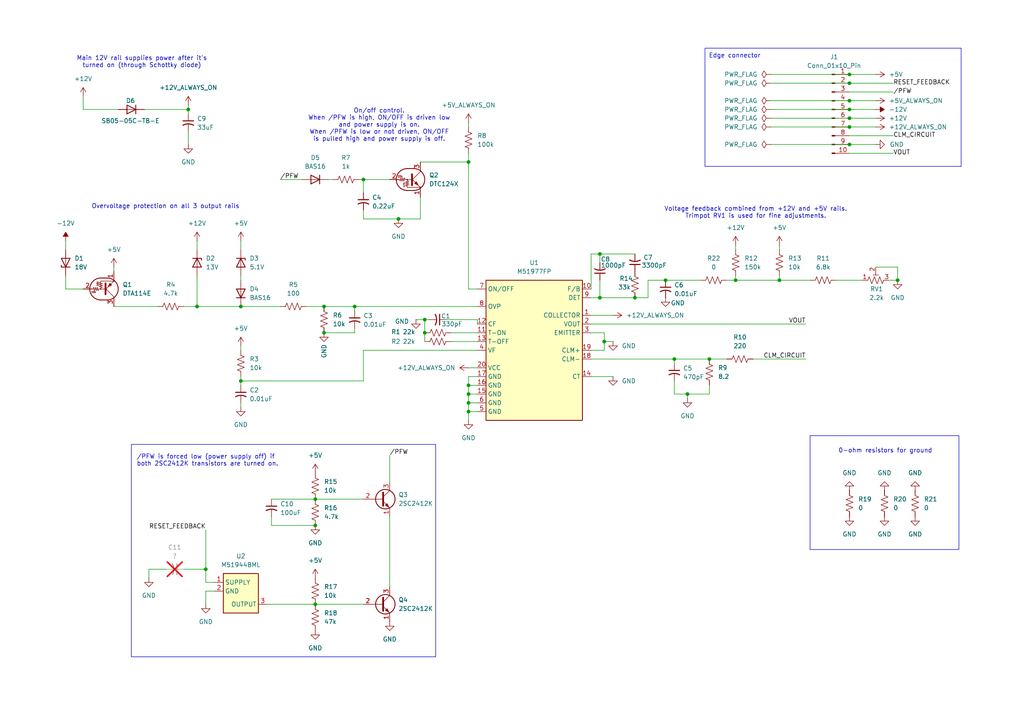
<source format=kicad_sch>
(kicad_sch (version 20250114) (generator "eeschema") (generator_version "9.0")
  (paper "A4")
  (title_block (title "Mac IIsi Power Supply Daughterboard AP41S Replica") (date "2025-07-27") (company "https://www.downtowndougbrown.com/"))
  (lib_symbols
    (symbol "Connector:Conn_01x10_Pin" (pin_names (offset 1.016) (hide yes))
      (property "Reference" "J" (at 0 12.7 0))
      (property "Value" "Conn_01x10_Pin" (at 0 -15.24 0))
      (symbol "Conn_01x10_Pin_1_1"
        (rectangle (start 0.8636 10.287) (end 0 10.033) (stroke (width 0.1524)) (fill (type outline)))
        (rectangle (start 0.8636 7.747) (end 0 7.493) (stroke (width 0.1524)) (fill (type outline)))
        (rectangle (start 0.8636 5.207) (end 0 4.953) (stroke (width 0.1524)) (fill (type outline)))
        (rectangle (start 0.8636 2.667) (end 0 2.413) (stroke (width 0.1524)) (fill (type outline)))
        (rectangle (start 0.8636 0.127) (end 0 -0.127) (stroke (width 0.1524)) (fill (type outline)))
        (rectangle (start 0.8636 -2.413) (end 0 -2.667) (stroke (width 0.1524)) (fill (type outline)))
        (rectangle (start 0.8636 -4.953) (end 0 -5.207) (stroke (width 0.1524)) (fill (type outline)))
        (rectangle (start 0.8636 -7.493) (end 0 -7.747) (stroke (width 0.1524)) (fill (type outline)))
        (rectangle (start 0.8636 -10.033) (end 0 -10.287) (stroke (width 0.1524)) (fill (type outline)))
        (rectangle (start 0.8636 -12.573) (end 0 -12.827) (stroke (width 0.1524)) (fill (type outline)))
        (polyline (pts (xy 1.27 10.16) (xy 0.8636 10.16)) (stroke (width 0.1524)))
        (polyline (pts (xy 1.27 7.62) (xy 0.8636 7.62)) (stroke (width 0.1524)))
        (polyline (pts (xy 1.27 5.08) (xy 0.8636 5.08)) (stroke (width 0.1524)))
        (polyline (pts (xy 1.27 2.54) (xy 0.8636 2.54)) (stroke (width 0.1524)))
        (polyline (pts (xy 1.27 0) (xy 0.8636 0)) (stroke (width 0.1524)))
        (polyline (pts (xy 1.27 -2.54) (xy 0.8636 -2.54)) (stroke (width 0.1524)))
        (polyline (pts (xy 1.27 -5.08) (xy 0.8636 -5.08)) (stroke (width 0.1524)))
        (polyline (pts (xy 1.27 -7.62) (xy 0.8636 -7.62)) (stroke (width 0.1524)))
        (polyline (pts (xy 1.27 -10.16) (xy 0.8636 -10.16)) (stroke (width 0.1524)))
        (polyline (pts (xy 1.27 -12.7) (xy 0.8636 -12.7)) (stroke (width 0.1524)))
        (pin passive line (at 5.08 10.16 180) (length 3.81) (name "Pin_1") (number "1"))
        (pin passive line (at 5.08 7.62 180) (length 3.81) (name "Pin_2") (number "2"))
        (pin passive line (at 5.08 5.08 180) (length 3.81) (name "Pin_3") (number "3"))
        (pin passive line (at 5.08 2.54 180) (length 3.81) (name "Pin_4") (number "4"))
        (pin passive line (at 5.08 0 180) (length 3.81) (name "Pin_5") (number "5"))
        (pin passive line (at 5.08 -2.54 180) (length 3.81) (name "Pin_6") (number "6"))
        (pin passive line (at 5.08 -5.08 180) (length 3.81) (name "Pin_7") (number "7"))
        (pin passive line (at 5.08 -7.62 180) (length 3.81) (name "Pin_8") (number "8"))
        (pin passive line (at 5.08 -10.16 180) (length 3.81) (name "Pin_9") (number "9"))
        (pin passive line (at 5.08 -12.7 180) (length 3.81) (name "Pin_10") (number "10"))
      )
    )
    (symbol "Device:C_Small_US" (pin_numbers (hide yes)) (pin_names (offset 0.254) (hide yes))
      (property "Reference" "C" (at 0.254 1.778 0))
      (property "Value" "C_Small_US" (at 0.254 -2.032 0))
      (symbol "C_Small_US_0_1"
        (polyline (pts (xy -1.524 0.508) (xy 1.524 0.508)) (stroke (width 0.3048)))
        (arc (start -1.524 -0.762) (mid 0 -0.3734) (end 1.524 -0.762) (stroke (width 0.3048)))
      )
      (symbol "C_Small_US_1_1"
        (pin passive line (at 0 2.54 270) (length 2.032) (name "~") (number "1"))
        (pin passive line (at 0 -2.54 90) (length 2.032) (name "~") (number "2"))
      )
    )
    (symbol "Device:D" (pin_numbers (hide yes)) (pin_names (offset 1.016) (hide yes))
      (property "Reference" "D" (at 0 2.54 0))
      (property "Value" "D" (at 0 -2.54 0))
      (symbol "D_0_1"
        (polyline (pts (xy -1.27 1.27) (xy -1.27 -1.27)) (stroke (width 0.254)))
        (polyline (pts (xy 1.27 1.27) (xy 1.27 -1.27) (xy -1.27 0) (xy 1.27 1.27)) (stroke (width 0.254)))
        (polyline (pts (xy 1.27 0) (xy -1.27 0)))
      )
      (symbol "D_1_1"
        (pin passive line (at -3.81 0 0) (length 2.54) (name "K") (number "1"))
        (pin passive line (at 3.81 0 180) (length 2.54) (name "A") (number "2"))
      )
    )
    (symbol "Device:D_Zener" (pin_numbers (hide yes)) (pin_names (offset 1.016) (hide yes))
      (property "Reference" "D" (at 0 2.54 0))
      (property "Value" "D_Zener" (at 0 -2.54 0))
      (symbol "D_Zener_0_1"
        (polyline (pts (xy -1.27 -1.27) (xy -1.27 1.27) (xy -0.762 1.27)) (stroke (width 0.254)))
        (polyline (pts (xy 1.27 0) (xy -1.27 0)))
        (polyline (pts (xy 1.27 -1.27) (xy 1.27 1.27) (xy -1.27 0) (xy 1.27 -1.27)) (stroke (width 0.254)))
      )
      (symbol "D_Zener_1_1"
        (pin passive line (at -3.81 0 0) (length 2.54) (name "K") (number "1"))
        (pin passive line (at 3.81 0 180) (length 2.54) (name "A") (number "2"))
      )
    )
    (symbol "Device:R_Potentiometer_Trim_US" (pin_names (offset 1.016) (hide yes))
      (property "Reference" "RV" (at -4.445 0 90))
      (property "Value" "R_Potentiometer_Trim_US" (at -2.54 0 90))
      (symbol "R_Potentiometer_Trim_US_0_1"
        (polyline (pts (xy 0 2.286) (xy 0 2.54)))
        (polyline (pts (xy 0 2.286) (xy 1.016 1.905) (xy 0 1.524) (xy -1.016 1.143) (xy 0 0.762)))
        (polyline (pts (xy 0 0.762) (xy 1.016 0.381) (xy 0 0) (xy -1.016 -0.381) (xy 0 -0.762)))
        (polyline (pts (xy 0 -0.762) (xy 1.016 -1.143) (xy 0 -1.524) (xy -1.016 -1.905) (xy 0 -2.286)))
        (polyline (pts (xy 0 -2.286) (xy 0 -2.54)))
        (polyline (pts (xy 1.524 0.762) (xy 1.524 -0.762)))
        (polyline (pts (xy 2.54 0) (xy 1.524 0)))
      )
      (symbol "R_Potentiometer_Trim_US_1_1"
        (pin passive line (at 0 3.81 270) (length 1.27) (name "1") (number "1"))
        (pin passive line (at 0 -3.81 90) (length 1.27) (name "3") (number "3"))
        (pin passive line (at 3.81 0 180) (length 1.27) (name "2") (number "2"))
      )
    )
    (symbol "Device:R_US" (pin_numbers (hide yes)) (pin_names (offset 0))
      (property "Reference" "R" (at 2.54 0 90))
      (property "Value" "R_US" (at -2.54 0 90))
      (symbol "R_US_0_1"
        (polyline (pts (xy 0 2.286) (xy 0 2.54)))
        (polyline (pts (xy 0 2.286) (xy 1.016 1.905) (xy 0 1.524) (xy -1.016 1.143) (xy 0 0.762)))
        (polyline (pts (xy 0 0.762) (xy 1.016 0.381) (xy 0 0) (xy -1.016 -0.381) (xy 0 -0.762)))
        (polyline (pts (xy 0 -0.762) (xy 1.016 -1.143) (xy 0 -1.524) (xy -1.016 -1.905) (xy 0 -2.286)))
        (polyline (pts (xy 0 -2.286) (xy 0 -2.54)))
      )
      (symbol "R_US_1_1"
        (pin passive line (at 0 3.81 270) (length 1.27) (name "~") (number "1"))
        (pin passive line (at 0 -3.81 90) (length 1.27) (name "~") (number "2"))
      )
    )
    (symbol "iisi-riser-board:2SC2412K" (pin_names (offset 0) (hide yes))
      (property "Reference" "Q" (at 5.08 1.905 0))
      (property "Value" "2SC2412K" (at 5.08 0 0))
      (symbol "2SC2412K_0_1"
        (polyline (pts (xy -2.54 0) (xy 0.635 0)))
        (polyline (pts (xy 0.635 1.905) (xy 0.635 -1.905)) (stroke (width 0.508)))
        (circle (center 1.27 0) (radius 2.8194) (stroke (width 0.254)))
      )
      (symbol "2SC2412K_1_1"
        (polyline (pts (xy 0.635 0.635) (xy 2.54 2.54)))
        (polyline (pts (xy 0.635 -0.635) (xy 2.54 -2.54)))
        (polyline (pts (xy 1.27 -1.778) (xy 1.778 -1.27) (xy 2.286 -2.286) (xy 1.27 -1.778)) (fill (type outline)))
        (pin input line (at -5.08 0 0) (length 2.54) (name "B") (number "2"))
        (pin passive line (at 2.54 5.08 270) (length 2.54) (name "C") (number "3"))
        (pin passive line (at 2.54 -5.08 90) (length 2.54) (name "E") (number "1"))
      )
    )
    (symbol "iisi-riser-board:DTA114E" (pin_names (offset 0) (hide yes))
      (property "Reference" "Q" (at 5.08 1.905 0))
      (property "Value" "DTA114E" (at 5.08 0 0))
      (symbol "DTA114E_0_0"
        (text "10k" (at -3.302 0.889 0) (effects (font (size 0.508 0.508))))
        (text "10k" (at -2.159 -1.524 900) (effects (font (size 0.508 0.508))))
      )
      (symbol "DTA114E_0_1"
        (polyline (pts (xy -3.429 0) (xy -3.81 0)))
        (polyline (pts (xy -1.27 3.175) (xy 0.635 3.175)) (stroke (width 0.254)))
        (circle (center -1.27 0) (radius 0.127))
        (polyline (pts (xy -1.27 0) (xy -1.27 -0.381) (xy -0.762 -0.508) (xy -1.778 -0.762) (xy -0.762 -1.016) (xy -1.778 -1.27) (xy -0.762 -1.524) (xy -1.778 -1.778) (xy -1.27 -1.905) (xy -1.27 -2.286) (xy 2.54 -2.286)))
        (polyline (pts (xy -1.27 -3.175) (xy 0.635 -3.175)) (stroke (width 0.254)))
        (arc (start -1.27 -3.175) (mid -4.4312 0) (end -1.27 3.175) (stroke (width 0.254)))
        (polyline (pts (xy 0 0) (xy -1.905 0) (xy -2.032 0.508) (xy -2.286 -0.508) (xy -2.54 0.508) (xy -2.794 -0.508) (xy -3.048 0.508) (xy -3.302 -0.508) (xy -3.429 0)))
        (polyline (pts (xy 0 -0.254) (xy 2.54 2.286)))
        (polyline (pts (xy 0.127 1.524) (xy 0.127 -1.651)) (stroke (width 0.508)) (fill (type outline)))
        (arc (start 0.635 3.175) (mid 3.7962 0) (end 0.635 -3.175) (stroke (width 0.254)))
        (polyline (pts (xy 1.397 -1.651) (xy 1.905 -1.143) (xy 0.889 -0.635) (xy 1.397 -1.651)) (fill (type outline)))
        (polyline (pts (xy 2.54 2.286) (xy 2.54 2.54)))
        (polyline (pts (xy 2.54 -2.286) (xy 0 0.254) (xy 0 0.254)))
        (circle (center 2.54 -2.286) (radius 0.127))
      )
      (symbol "DTA114E_1_1"
        (pin input line (at -6.35 0 0) (length 2.54) (name "B") (number "2"))
        (pin passive line (at 2.54 5.08 270) (length 2.54) (name "C") (number "3"))
        (pin passive line (at 2.54 -5.08 90) (length 2.54) (name "E") (number "1"))
      )
    )
    (symbol "iisi-riser-board:DTC124X" (pin_names (offset 0) (hide yes))
      (property "Reference" "Q" (at 5.08 1.905 0))
      (property "Value" "DTC124X" (at 5.08 0 0))
      (symbol "DTC124X_0_0"
        (text "22k" (at -3.302 0.889 0) (effects (font (size 0.508 0.508))))
        (text "47k" (at -2.159 -1.524 900) (effects (font (size 0.508 0.508))))
      )
      (symbol "DTC124X_0_1"
        (polyline (pts (xy -3.429 0) (xy -3.81 0)))
        (polyline (pts (xy -1.27 3.175) (xy 0.635 3.175)) (stroke (width 0.254)))
        (circle (center -1.27 0) (radius 0.127))
        (polyline (pts (xy -1.27 0) (xy -1.27 -0.381) (xy -0.762 -0.508) (xy -1.778 -0.762) (xy -0.762 -1.016) (xy -1.778 -1.27) (xy -0.762 -1.524) (xy -1.778 -1.778) (xy -1.27 -1.905) (xy -1.27 -2.286) (xy 2.54 -2.286)))
        (polyline (pts (xy -1.27 -3.175) (xy 0.635 -3.175)) (stroke (width 0.254)))
        (arc (start -1.27 -3.175) (mid -4.4312 0) (end -1.27 3.175) (stroke (width 0.254)))
        (polyline (pts (xy 0 0) (xy -1.905 0) (xy -2.032 0.508) (xy -2.286 -0.508) (xy -2.54 0.508) (xy -2.794 -0.508) (xy -3.048 0.508) (xy -3.302 -0.508) (xy -3.429 0)))
        (polyline (pts (xy 0 -0.254) (xy 2.54 2.286)))
        (polyline (pts (xy 0.127 1.524) (xy 0.127 -1.651)) (stroke (width 0.508)) (fill (type outline)))
        (arc (start 0.635 3.175) (mid 3.7962 0) (end 0.635 -3.175) (stroke (width 0.254)))
        (polyline (pts (xy 0.889 -1.143) (xy 1.397 -0.635) (xy 1.905 -1.651) (xy 0.889 -1.143)) (fill (type outline)))
        (polyline (pts (xy 2.54 2.286) (xy 2.54 2.54)))
        (polyline (pts (xy 2.54 -2.286) (xy 0 0.254) (xy 0 0.254)))
        (circle (center 2.54 -2.286) (radius 0.127))
      )
      (symbol "DTC124X_1_1"
        (pin input line (at -6.35 0 0) (length 2.54) (name "B") (number "2"))
        (pin passive line (at 2.54 5.08 270) (length 2.54) (name "C") (number "3"))
        (pin passive line (at 2.54 -5.08 90) (length 2.54) (name "E") (number "1"))
      )
    )
    (symbol "iisi-riser-board:M51944BML"
      (property "Reference" "U" (at -4.572 7.62 0))
      (property "Value" "M51944BML" (at 8.128 7.62 0))
      (symbol "M51944BML_0_0"
        (pin power_in line (at -7.62 3.81 0) (length 2.54) (name "SUPPLY") (number "1"))
        (pin power_in line (at -7.62 1.27 0) (length 2.54) (name "GND") (number "2"))
        (pin open_collector line (at 7.62 -2.54 180) (length 2.54) (name "OUTPUT") (number "3"))
      )
      (symbol "M51944BML_1_1"
        (rectangle (start -5.08 6.35) (end 5.08 -5.08) (stroke (width 0.254)) (fill (type background)))
      )
    )
    (symbol "iisi-riser-board:M51977FP"
      (property "Reference" "U" (at -13.462 21.59 0))
      (property "Value" "M51977FP" (at 0 0 0))
      (symbol "M51977FP_0_0"
        (pin power_in line (at -16.51 -5.08 0) (length 2.54) (name "VCC") (number "20"))
        (pin power_in line (at -16.51 -7.62 0) (length 2.54) (name "GND") (number "17"))
        (pin power_in line (at -16.51 -10.16 0) (length 2.54) (name "GND") (number "16"))
        (pin power_in line (at -16.51 -12.7 0) (length 2.54) (name "GND") (number "15"))
        (pin power_in line (at -16.51 -15.24 0) (length 2.54) (name "GND") (number "6"))
        (pin power_in line (at -16.51 -17.78 0) (length 2.54) (name "GND") (number "5"))
        (pin power_out line (at 16.51 7.62 180) (length 2.54) (name "VOUT") (number "2"))
      )
      (symbol "M51977FP_1_0"
        (pin input line (at -16.51 17.78 0) (length 2.54) (name "ON/OFF") (number "7"))
        (pin input line (at -16.51 12.7 0) (length 2.54) (name "OVP") (number "8"))
        (pin input line (at -16.51 7.62 0) (length 2.54) (name "CF") (number "12"))
        (pin input line (at -16.51 5.08 0) (length 2.54) (name "T-ON") (number "11"))
        (pin input line (at -16.51 2.54 0) (length 2.54) (name "T-OFF") (number "13"))
        (pin input line (at -16.51 0 0) (length 2.54) (name "VF") (number "4"))
        (pin bidirectional line (at 16.51 17.78 180) (length 2.54) (name "F/B") (number "10"))
        (pin input line (at 16.51 15.24 180) (length 2.54) (name "DET") (number "9"))
        (pin power_in line (at 16.51 10.16 180) (length 2.54) (name "COLLECTOR") (number "1"))
        (pin power_in line (at 16.51 5.08 180) (length 2.54) (name "EMITTER") (number "3"))
        (pin input line (at 16.51 0 180) (length 2.54) (name "CLM+") (number "19"))
        (pin input line (at 16.51 -2.54 180) (length 2.54) (name "CLM-") (number "18"))
        (pin input line (at 16.51 -7.62 180) (length 2.54) (name "CT") (number "14"))
      )
      (symbol "M51977FP_1_1"
        (rectangle (start -13.97 20.32) (end 13.97 -20.32) (stroke (width 0.254)) (fill (type background)))
      )
    )
    (symbol "power:+12V" (power) (pin_numbers (hide yes)) (pin_names (offset 0) (hide yes))
      (property "Value" "+12V" (at 0 3.556 0))
      (symbol "+12V_0_1"
        (polyline (pts (xy -0.762 1.27) (xy 0 2.54)))
        (polyline (pts (xy 0 2.54) (xy 0.762 1.27)))
        (polyline (pts (xy 0 0) (xy 0 2.54)))
      )
      (symbol "+12V_1_1"
        (pin power_in line (at 0 0 90) (length 0) (name "~") (number "1"))
      )
    )
    (symbol "power:+5V" (power) (pin_numbers (hide yes)) (pin_names (offset 0) (hide yes))
      (property "Value" "+5V" (at 0 3.556 0))
      (symbol "+5V_0_1"
        (polyline (pts (xy -0.762 1.27) (xy 0 2.54)))
        (polyline (pts (xy 0 2.54) (xy 0.762 1.27)))
        (polyline (pts (xy 0 0) (xy 0 2.54)))
      )
      (symbol "+5V_1_1"
        (pin power_in line (at 0 0 90) (length 0) (name "~") (number "1"))
      )
    )
    (symbol "power:-12V" (power) (pin_numbers (hide yes)) (pin_names (offset 0) (hide yes))
      (property "Value" "-12V" (at 0 3.556 0))
      (symbol "-12V_0_0"
        (pin power_in line (at 0 0 90) (length 0) (name "~") (number "1"))
      )
      (symbol "-12V_0_1"
        (polyline (pts (xy 0 0) (xy 0 1.27) (xy 0.762 1.27) (xy 0 2.54) (xy -0.762 1.27) (xy 0 1.27)) (fill (type outline)))
      )
    )
    (symbol "power:GND" (power) (pin_numbers (hide yes)) (pin_names (offset 0) (hide yes))
      (property "Value" "GND" (at 0 -3.81 0))
      (symbol "GND_0_1"
        (polyline (pts (xy 0 0) (xy 0 -1.27) (xy 1.27 -1.27) (xy 0 -2.54) (xy -1.27 -1.27) (xy 0 -1.27)))
      )
      (symbol "GND_1_1"
        (pin power_in line (at 0 0 270) (length 0) (name "~") (number "1"))
      )
    )
    (symbol "power:PWR_FLAG" (power) (pin_numbers (hide yes)) (pin_names (offset 0) (hide yes))
      (property "Value" "PWR_FLAG" (at 0 3.81 0))
      (symbol "PWR_FLAG_0_0"
        (pin power_out line (at 0 0 90) (length 0) (name "~") (number "1"))
      )
      (symbol "PWR_FLAG_0_1"
        (polyline (pts (xy 0 0) (xy 0 1.27) (xy -1.016 1.905) (xy 0 2.54) (xy 1.016 1.905) (xy 0 1.27)))
      )
    )
  )
  (rectangle (start 234.95 126.365) (end 278.13 159.385))
  (rectangle (start 204.47 13.97) (end 278.765 48.26))
  (rectangle (start 38.1 128.905) (end 126.365 190.5))
  (text "0-ohm resistors for ground" (at 256.794 130.81 0) (effects (font (size 1.27 1.27))))
  (text "On/off control.\nWhen /PFW is high, ON/OFF is driven low\nand power supply is on.\nWhen /PFW is low or not driven, ON/OFF\nis pulled high and power supply is off." (at 109.982 36.322 0) (effects (font (size 1.27 1.27))))
  (text "Overvoltage protection on all 3 output rails" (at 48.006 59.944 0) (effects (font (size 1.27 1.27))))
  (text "Voltage feedback combined from +12V and +5V rails.\nTrimpot RV1 is used for fine adjustments." (at 219.202 61.722 0) (effects (font (size 1.27 1.27))))
  (text "/PFW is forced low (power supply off) if\nboth 2SC2412K transistors are turned on." (at 39.624 133.604 0) (effects (font (size 1.27 1.27)) (justify left)))
  (text "Edge connector" (at 213.106 16.256 0) (effects (font (size 1.27 1.27))))
  (text "Main 12V rail supplies power after it's\nturned on (through Schottky diode)" (at 41.148 18.034 0) (effects (font (size 1.27 1.27))))
  (junction (at 173.99 86.36))
  (junction (at 102.87 88.9))
  (junction (at 193.04 81.28))
  (junction (at 135.89 46.99))
  (junction (at 246.38 36.83))
  (junction (at 135.89 111.76))
  (junction (at 246.38 41.91))
  (junction (at 195.58 104.14))
  (junction (at 246.38 31.75))
  (junction (at 246.38 21.59))
  (junction (at 123.19 92.71))
  (junction (at 57.15 88.9))
  (junction (at 93.98 96.52))
  (junction (at 93.98 88.9))
  (junction (at 123.19 96.52))
  (junction (at 69.85 88.9))
  (junction (at 115.57 63.5))
  (junction (at 246.38 34.29))
  (junction (at 173.99 73.66))
  (junction (at 246.38 29.21))
  (junction (at 199.39 114.3))
  (junction (at 184.15 86.36))
  (junction (at 69.85 110.49))
  (junction (at 246.38 24.13))
  (junction (at 260.35 81.28))
  (junction (at 91.44 152.4))
  (junction (at 135.89 119.38))
  (junction (at 91.44 144.78))
  (junction (at 135.89 116.84))
  (junction (at 91.44 175.26))
  (junction (at 59.69 165.1))
  (junction (at 226.06 81.28))
  (junction (at 135.89 114.3))
  (junction (at 205.74 104.14))
  (junction (at 105.41 52.07))
  (junction (at 213.36 81.28))
  (junction (at 175.26 99.06))
  (junction (at 54.61 31.75))
  (wire (pts (xy 57.15 69.85) (xy 57.15 72.39)))
  (wire (pts (xy 135.89 119.38) (xy 135.89 116.84)))
  (wire (pts (xy 53.34 88.9) (xy 57.15 88.9)))
  (wire (pts (xy 246.38 21.59) (xy 254 21.59)))
  (wire (pts (xy 210.82 81.28) (xy 213.36 81.28)))
  (wire (pts (xy 69.85 116.84) (xy 69.85 118.11)))
  (wire (pts (xy 246.38 34.29) (xy 254 34.29)))
  (wire (pts (xy 193.04 81.28) (xy 203.2 81.28)))
  (wire (pts (xy 54.61 38.1) (xy 54.61 41.91)))
  (wire (pts (xy 213.36 81.28) (xy 226.06 81.28)))
  (wire (pts (xy 223.52 24.13) (xy 246.38 24.13)))
  (wire (pts (xy 43.18 165.1) (xy 43.18 167.64)))
  (wire (pts (xy 135.89 114.3) (xy 135.89 116.84)))
  (wire (pts (xy 69.85 110.49) (xy 69.85 111.76)))
  (wire (pts (xy 223.52 34.29) (xy 246.38 34.29)))
  (wire (pts (xy 123.19 96.52) (xy 123.19 99.06)))
  (wire (pts (xy 88.9 88.9) (xy 93.98 88.9)))
  (wire (pts (xy 69.85 88.9) (xy 81.28 88.9)))
  (wire (pts (xy 195.58 104.14) (xy 205.74 104.14)))
  (wire (pts (xy 62.23 171.45) (xy 59.69 171.45)))
  (wire (pts (xy 199.39 114.3) (xy 205.74 114.3)))
  (wire (pts (xy 105.41 60.96) (xy 105.41 63.5)))
  (wire (pts (xy 223.52 31.75) (xy 246.38 31.75)))
  (wire (pts (xy 48.26 165.1) (xy 43.18 165.1)))
  (wire (pts (xy 57.15 80.01) (xy 57.15 88.9)))
  (wire (pts (xy 135.89 119.38) (xy 138.43 119.38)))
  (wire (pts (xy 195.58 104.14) (xy 195.58 105.41)))
  (wire (pts (xy 173.99 81.28) (xy 173.99 86.36)))
  (wire (pts (xy 138.43 93.98) (xy 138.43 92.71)))
  (wire (pts (xy 175.26 99.06) (xy 177.8 99.06)))
  (wire (pts (xy 223.52 41.91) (xy 246.38 41.91)))
  (wire (pts (xy 254 77.47) (xy 260.35 77.47)))
  (wire (pts (xy 187.96 81.28) (xy 187.96 86.36)))
  (wire (pts (xy 173.99 73.66) (xy 184.15 73.66)))
  (wire (pts (xy 78.74 144.78) (xy 91.44 144.78)))
  (wire (pts (xy 223.52 29.21) (xy 246.38 29.21)))
  (wire (pts (xy 205.74 104.14) (xy 210.82 104.14)))
  (wire (pts (xy 135.89 109.22) (xy 135.89 111.76)))
  (wire (pts (xy 81.28 52.07) (xy 87.63 52.07)))
  (wire (pts (xy 260.35 77.47) (xy 260.35 81.28)))
  (wire (pts (xy 135.89 35.56) (xy 135.89 36.83)))
  (wire (pts (xy 105.41 52.07) (xy 105.41 55.88)))
  (wire (pts (xy 19.05 83.82) (xy 24.13 83.82)))
  (wire (pts (xy 138.43 114.3) (xy 135.89 114.3)))
  (wire (pts (xy 246.38 24.13) (xy 259.08 24.13)))
  (wire (pts (xy 138.43 111.76) (xy 135.89 111.76)))
  (wire (pts (xy 77.47 175.26) (xy 91.44 175.26)))
  (wire (pts (xy 135.89 116.84) (xy 138.43 116.84)))
  (wire (pts (xy 171.45 96.52) (xy 175.26 96.52)))
  (wire (pts (xy 175.26 96.52) (xy 175.26 99.06)))
  (wire (pts (xy 175.26 99.06) (xy 175.26 101.6)))
  (wire (pts (xy 205.74 111.76) (xy 205.74 114.3)))
  (wire (pts (xy 257.81 81.28) (xy 260.35 81.28)))
  (wire (pts (xy 171.45 86.36) (xy 173.99 86.36)))
  (wire (pts (xy 223.52 21.59) (xy 246.38 21.59)))
  (wire (pts (xy 53.34 165.1) (xy 59.69 165.1)))
  (wire (pts (xy 91.44 144.78) (xy 105.41 144.78)))
  (wire (pts (xy 218.44 104.14) (xy 233.68 104.14)))
  (wire (pts (xy 135.89 46.99) (xy 121.92 46.99)))
  (wire (pts (xy 171.45 104.14) (xy 195.58 104.14)))
  (wire (pts (xy 195.58 110.49) (xy 195.58 114.3)))
  (wire (pts (xy 102.87 88.9) (xy 102.87 90.17)))
  (wire (pts (xy 69.85 100.33) (xy 69.85 101.6)))
  (wire (pts (xy 187.96 81.28) (xy 193.04 81.28)))
  (wire (pts (xy 19.05 69.85) (xy 19.05 72.39)))
  (wire (pts (xy 78.74 152.4) (xy 91.44 152.4)))
  (wire (pts (xy 173.99 86.36) (xy 184.15 86.36)))
  (wire (pts (xy 171.45 83.82) (xy 171.45 73.66)))
  (wire (pts (xy 173.99 73.66) (xy 173.99 76.2)))
  (wire (pts (xy 57.15 88.9) (xy 69.85 88.9)))
  (wire (pts (xy 62.23 168.91) (xy 59.69 168.91)))
  (wire (pts (xy 199.39 114.3) (xy 199.39 115.57)))
  (wire (pts (xy 246.38 29.21) (xy 254 29.21)))
  (wire (pts (xy 129.54 92.71) (xy 138.43 92.71)))
  (wire (pts (xy 102.87 95.25) (xy 102.87 96.52)))
  (wire (pts (xy 59.69 165.1) (xy 59.69 168.91)))
  (wire (pts (xy 115.57 63.5) (xy 121.92 63.5)))
  (wire (pts (xy 130.81 99.06) (xy 138.43 99.06)))
  (wire (pts (xy 246.38 41.91) (xy 254 41.91)))
  (wire (pts (xy 105.41 101.6) (xy 105.41 110.49)))
  (wire (pts (xy 54.61 31.75) (xy 54.61 33.02)))
  (wire (pts (xy 226.06 81.28) (xy 226.06 80.01)))
  (wire (pts (xy 24.13 27.94) (xy 24.13 31.75)))
  (wire (pts (xy 130.81 96.52) (xy 138.43 96.52)))
  (wire (pts (xy 246.38 39.37) (xy 259.08 39.37)))
  (wire (pts (xy 41.91 31.75) (xy 54.61 31.75)))
  (wire (pts (xy 54.61 30.48) (xy 54.61 31.75)))
  (wire (pts (xy 135.89 121.92) (xy 135.89 119.38)))
  (wire (pts (xy 135.89 111.76) (xy 135.89 114.3)))
  (wire (pts (xy 105.41 110.49) (xy 69.85 110.49)))
  (wire (pts (xy 113.03 132.08) (xy 113.03 139.7)))
  (wire (pts (xy 171.45 73.66) (xy 173.99 73.66)))
  (wire (pts (xy 171.45 93.98) (xy 233.68 93.98)))
  (wire (pts (xy 171.45 91.44) (xy 177.8 91.44)))
  (wire (pts (xy 195.58 114.3) (xy 199.39 114.3)))
  (wire (pts (xy 69.85 80.01) (xy 69.85 81.28)))
  (wire (pts (xy 19.05 83.82) (xy 19.05 80.01)))
  (wire (pts (xy 121.92 63.5) (xy 121.92 57.15)))
  (wire (pts (xy 24.13 31.75) (xy 34.29 31.75)))
  (wire (pts (xy 95.25 52.07) (xy 96.52 52.07)))
  (wire (pts (xy 175.26 101.6) (xy 171.45 101.6)))
  (wire (pts (xy 59.69 171.45) (xy 59.69 175.26)))
  (wire (pts (xy 69.85 69.85) (xy 69.85 72.39)))
  (wire (pts (xy 213.36 81.28) (xy 213.36 80.01)))
  (wire (pts (xy 226.06 71.12) (xy 226.06 72.39)))
  (wire (pts (xy 135.89 106.68) (xy 138.43 106.68)))
  (wire (pts (xy 102.87 96.52) (xy 93.98 96.52)))
  (wire (pts (xy 223.52 36.83) (xy 246.38 36.83)))
  (wire (pts (xy 105.41 52.07) (xy 113.03 52.07)))
  (wire (pts (xy 78.74 149.86) (xy 78.74 152.4)))
  (wire (pts (xy 91.44 175.26) (xy 105.41 175.26)))
  (wire (pts (xy 93.98 88.9) (xy 102.87 88.9)))
  (wire (pts (xy 138.43 83.82) (xy 135.89 83.82)))
  (wire (pts (xy 135.89 83.82) (xy 135.89 46.99)))
  (wire (pts (xy 102.87 88.9) (xy 138.43 88.9)))
  (wire (pts (xy 246.38 26.67) (xy 259.08 26.67)))
  (wire (pts (xy 213.36 71.12) (xy 213.36 72.39)))
  (wire (pts (xy 124.46 92.71) (xy 123.19 92.71)))
  (wire (pts (xy 104.14 52.07) (xy 105.41 52.07)))
  (wire (pts (xy 69.85 109.22) (xy 69.85 110.49)))
  (wire (pts (xy 59.69 153.67) (xy 59.69 165.1)))
  (wire (pts (xy 120.65 92.71) (xy 123.19 92.71)))
  (wire (pts (xy 105.41 101.6) (xy 138.43 101.6)))
  (wire (pts (xy 171.45 109.22) (xy 177.8 109.22)))
  (wire (pts (xy 123.19 92.71) (xy 123.19 96.52)))
  (wire (pts (xy 246.38 36.83) (xy 254 36.83)))
  (wire (pts (xy 33.02 88.9) (xy 45.72 88.9)))
  (wire (pts (xy 242.57 81.28) (xy 250.19 81.28)))
  (wire (pts (xy 184.15 86.36) (xy 187.96 86.36)))
  (wire (pts (xy 113.03 149.86) (xy 113.03 170.18)))
  (wire (pts (xy 226.06 81.28) (xy 234.95 81.28)))
  (wire (pts (xy 135.89 44.45) (xy 135.89 46.99)))
  (wire (pts (xy 33.02 77.47) (xy 33.02 78.74)))
  (wire (pts (xy 246.38 31.75) (xy 254 31.75)))
  (wire (pts (xy 105.41 63.5) (xy 115.57 63.5)))
  (wire (pts (xy 138.43 109.22) (xy 135.89 109.22)))
  (wire (pts (xy 246.38 44.45) (xy 259.08 44.45)))
  (label "{slash}PFW" (at 259.08 26.67 0))
  (label "VOUT" (at 233.68 93.98 180))
  (label "{slash}PFW" (at 81.28 52.07 0))
  (label "RESET_FEEDBACK" (at 59.69 153.67 180))
  (label "RESET_FEEDBACK" (at 259.08 24.13 0))
  (label "CLM_CIRCUIT" (at 233.68 104.14 180))
  (label "CLM_CIRCUIT" (at 259.08 39.37 0))
  (label "VOUT" (at 259.08 44.45 0))
  (label "{slash}PFW" (at 113.03 132.08 0))
  (symbol (lib_id "power:+12V") (at 254 34.29 270) (unit 1)
    (property "Reference" "#PWR024" (effects (hide yes)))
    (property "Value" "+12V" (at 257.81 34.2899 90) (effects (justify left)))
    (property "Description" "Power symbol creates a global label with name \"+12V\"" (effects (hide yes)))
  )
  (symbol (lib_id "power:+12V") (at 135.89 106.68 90) (unit 1)
    (property "Reference" "#PWR02" (effects (hide yes)))
    (property "Value" "+12V_ALWAYS_ON" (at 132.08 106.6799 90) (effects (justify left)))
    (property "Description" "Power symbol creates a global label with name \"+12V\"" (effects (hide yes)))
  )
  (symbol (lib_id "power:+12V") (at 254 36.83 270) (unit 1)
    (property "Reference" "#PWR025" (effects (hide yes)))
    (property "Value" "+12V_ALWAYS_ON" (at 257.81 36.8299 90) (effects (justify left)))
    (property "Description" "Power symbol creates a global label with name \"+12V\"" (effects (hide yes)))
  )
  (symbol (lib_id "power:+12V") (at 24.13 27.94 0) (unit 1)
    (property "Reference" "#PWR035" (effects (hide yes)))
    (property "Value" "+12V" (at 24.13 22.86 0))
    (property "Description" "Power symbol creates a global label with name \"+12V\"" (effects (hide yes)))
  )
  (symbol (lib_id "power:GND") (at 246.38 142.24 180) (unit 1)
    (property "Reference" "#PWR039" (effects (hide yes)))
    (property "Value" "GND" (at 246.38 137.16 0))
    (property "Description" "Power symbol creates a global label with name \"GND\" , ground" (effects (hide yes)))
  )
  (symbol (lib_id "Device:R_US") (at 226.06 76.2 0) (unit 1)
    (property "Reference" "R13" (at 228.6 74.9299 0) (effects (justify left)))
    (property "Value" "10k" (at 228.6 77.4699 0) (effects (justify left)))
    (property "Footprint" "iisi-riser-board:R_0805_2012Metric" (effects (hide yes)))
    (property "Description" "Resistor, US symbol" (effects (hide yes)))
  )
  (symbol (lib_id "Device:C_Small_US") (at 173.99 78.74 180) (unit 1)
    (property "Reference" "C8" (at 174.244 75.184 0) (effects (justify right)))
    (property "Value" "1000pF" (at 174.244 76.962 0) (effects (justify right)))
    (property "Footprint" "iisi-riser-board:C_0805_2012Metric" (effects (hide yes)))
    (property "Description" "capacitor, small US symbol" (effects (hide yes)))
  )
  (symbol (lib_id "power:+5V") (at 135.89 35.56 0) (unit 1)
    (property "Reference" "#PWR015" (effects (hide yes)))
    (property "Value" "+5V_ALWAYS_ON" (at 135.89 30.48 0))
    (property "Description" "Power symbol creates a global label with name \"+5V\"" (effects (hide yes)))
  )
  (symbol (lib_id "Device:D_Zener") (at 69.85 76.2 270) (unit 1)
    (property "Reference" "D3" (at 72.39 74.9299 90) (effects (justify left)))
    (property "Value" "5.1V" (at 72.39 77.4699 90) (effects (justify left)))
    (property "Footprint" "iisi-riser-board:SC-59-Diode" (effects (hide yes)))
    (property "Description" "Zener diode" (effects (hide yes)))
  )
  (symbol (lib_id "power:GND") (at 265.43 142.24 180) (unit 1)
    (property "Reference" "#PWR041" (effects (hide yes)))
    (property "Value" "GND" (at 265.43 137.16 0))
    (property "Description" "Power symbol creates a global label with name \"GND\" , ground" (effects (hide yes)))
  )
  (symbol (lib_id "power:GND") (at 193.04 86.36 0) (unit 1)
    (property "Reference" "#PWR020" (effects (hide yes)))
    (property "Value" "GND" (at 196.596 87.884 0))
    (property "Description" "Power symbol creates a global label with name \"GND\" , ground" (effects (hide yes)))
  )
  (symbol (lib_id "power:GND") (at 69.85 118.11 0) (unit 1)
    (property "Reference" "#PWR07" (effects (hide yes)))
    (property "Value" "GND" (at 69.85 123.19 0))
    (property "Description" "Power symbol creates a global label with name \"GND\" , ground" (effects (hide yes)))
  )
  (symbol (lib_id "Device:C_Small_US") (at 54.61 35.56 0) (unit 1)
    (property "Reference" "C9" (at 57.15 34.4169 0) (effects (justify left)))
    (property "Value" "33uF" (at 57.15 36.9569 0) (effects (justify left)))
    (property "Footprint" "iisi-riser-board:CP_Elec" (effects (hide yes)))
    (property "Description" "capacitor, small US symbol" (effects (hide yes)))
  )
  (symbol (lib_id "Device:R_US") (at 205.74 107.95 180) (unit 1)
    (property "Reference" "R9" (at 208.28 106.6799 0) (effects (justify right)))
    (property "Value" "8.2" (at 208.28 109.2199 0) (effects (justify right)))
    (property "Footprint" "iisi-riser-board:R_0805_2012Metric" (effects (hide yes)))
    (property "Description" "Resistor, US symbol" (effects (hide yes)))
  )
  (symbol (lib_id "power:PWR_FLAG") (at 223.52 41.91 90) (unit 1)
    (property "Reference" "#FLG06" (effects (hide yes)))
    (property "Value" "PWR_FLAG" (at 219.71 41.9099 90) (effects (justify left)))
    (property "Description" "Special symbol for telling ERC where power comes from" (effects (hide yes)))
  )
  (symbol (lib_id "Device:R_US") (at 265.43 146.05 180) (unit 1)
    (property "Reference" "R21" (at 267.97 144.7799 0) (effects (justify right)))
    (property "Value" "0" (at 267.97 147.3199 0) (effects (justify right)))
    (property "Footprint" "iisi-riser-board:R_0805_2012Metric" (effects (hide yes)))
    (property "Description" "Resistor, US symbol" (effects (hide yes)))
  )
  (symbol (lib_id "Device:D_Zener") (at 19.05 76.2 90) (unit 1)
    (property "Reference" "D1" (at 21.59 74.9299 90) (effects (justify right)))
    (property "Value" "18V" (at 21.59 77.4699 90) (effects (justify right)))
    (property "Footprint" "iisi-riser-board:SC-59-Diode" (effects (hide yes)))
    (property "Description" "Zener diode" (effects (hide yes)))
  )
  (symbol (lib_id "power:GND") (at 120.65 92.71 0) (unit 1)
    (property "Reference" "#PWR06" (effects (hide yes)))
    (property "Value" "GND" (at 116.586 93.218 0))
    (property "Description" "Power symbol creates a global label with name \"GND\" , ground" (effects (hide yes)))
  )
  (symbol (lib_id "Device:R_US") (at 85.09 88.9 90) (unit 1)
    (property "Reference" "R5" (at 85.09 82.55 90))
    (property "Value" "100" (at 85.09 85.09 90))
    (property "Footprint" "iisi-riser-board:R_0805_2012Metric" (effects (hide yes)))
    (property "Description" "Resistor, US symbol" (effects (hide yes)))
  )
  (symbol (lib_id "power:GND") (at 43.18 167.64 0) (unit 1)
    (property "Reference" "#PWR042" (effects (hide yes)))
    (property "Value" "GND" (at 43.18 172.72 0))
    (property "Description" "Power symbol creates a global label with name \"GND\" , ground" (effects (hide yes)))
  )
  (symbol (lib_id "power:+12V") (at 213.36 71.12 0) (unit 1)
    (property "Reference" "#PWR018" (effects (hide yes)))
    (property "Value" "+12V" (at 213.36 66.04 0))
    (property "Description" "Power symbol creates a global label with name \"+12V\"" (effects (hide yes)))
  )
  (symbol (lib_id "Device:R_US") (at 135.89 40.64 0) (unit 1)
    (property "Reference" "R8" (at 138.43 39.3699 0) (effects (justify left)))
    (property "Value" "100k" (at 138.43 41.9099 0) (effects (justify left)))
    (property "Footprint" "iisi-riser-board:R_0805_2012Metric" (effects (hide yes)))
    (property "Description" "Resistor, US symbol" (effects (hide yes)))
  )
  (symbol (lib_id "Device:D_Zener") (at 57.15 76.2 270) (unit 1)
    (property "Reference" "D2" (at 59.69 74.9299 90) (effects (justify left)))
    (property "Value" "13V" (at 59.69 77.4699 90) (effects (justify left)))
    (property "Footprint" "iisi-riser-board:SC-59-Diode" (effects (hide yes)))
    (property "Description" "Zener diode" (effects (hide yes)))
  )
  (symbol (lib_id "Device:R_US") (at 127 96.52 90) (unit 1)
    (property "Reference" "R1" (at 114.808 96.266 90))
    (property "Value" "22k" (at 118.618 96.266 90))
    (property "Footprint" "iisi-riser-board:R_0805_2012Metric" (effects (hide yes)))
    (property "Description" "Resistor, US symbol" (effects (hide yes)))
  )
  (symbol (lib_id "power:GND") (at 91.44 182.88 0) (unit 1)
    (property "Reference" "#PWR033" (effects (hide yes)))
    (property "Value" "GND" (at 91.44 187.96 0))
    (property "Description" "Power symbol creates a global label with name \"GND\" , ground" (effects (hide yes)))
  )
  (symbol (lib_id "Device:C_Small_US") (at 50.8 165.1 270) (unit 1) (dnp yes)
    (property "Reference" "C11" (at 50.673 158.75 90))
    (property "Value" "?" (at 50.673 161.29 90))
    (property "Footprint" "iisi-riser-board:C_0805_2012Metric" (effects (hide yes)))
    (property "Description" "capacitor, small US symbol" (effects (hide yes)))
  )
  (symbol (lib_id "power:GND") (at 177.8 99.06 0) (unit 1)
    (property "Reference" "#PWR04" (effects (hide yes)))
    (property "Value" "GND" (at 180.34 100.3299 0) (effects (justify left)))
    (property "Description" "Power symbol creates a global label with name \"GND\" , ground" (effects (hide yes)))
  )
  (symbol (lib_id "power:PWR_FLAG") (at 223.52 34.29 90) (unit 1)
    (property "Reference" "#FLG04" (effects (hide yes)))
    (property "Value" "PWR_FLAG" (at 219.71 34.2899 90) (effects (justify left)))
    (property "Description" "Special symbol for telling ERC where power comes from" (effects (hide yes)))
  )
  (symbol (lib_id "Device:R_Potentiometer_Trim_US") (at 254 81.28 90) (unit 1)
    (property "Reference" "RV1" (at 254.254 83.82 90))
    (property "Value" "2.2k" (at 254.254 86.36 90))
    (property "Footprint" "Potentiometer_SMD:Potentiometer_Bourns_TC33X_Vertical" (effects (hide yes)))
    (property "Description" "Trim-potentiometer, US symbol" (effects (hide yes)))
  )
  (symbol (lib_id "power:-12V") (at 254 31.75 270) (unit 1)
    (property "Reference" "#PWR023" (effects (hide yes)))
    (property "Value" "-12V" (at 257.81 31.7499 90) (effects (justify left)))
    (property "Description" "Power symbol creates a global label with name \"-12V\"" (effects (hide yes)))
  )
  (symbol (lib_id "Device:R_US") (at 214.63 104.14 270) (unit 1)
    (property "Reference" "R10" (at 214.63 97.79 90))
    (property "Value" "220" (at 214.63 100.33 90))
    (property "Footprint" "iisi-riser-board:R_0805_2012Metric" (effects (hide yes)))
    (property "Description" "Resistor, US symbol" (effects (hide yes)))
  )
  (symbol (lib_id "Device:R_US") (at 91.44 148.59 0) (unit 1)
    (property "Reference" "R16" (at 93.98 147.3199 0) (effects (justify left)))
    (property "Value" "4.7k" (at 93.98 149.8599 0) (effects (justify left)))
    (property "Footprint" "iisi-riser-board:R_0805_2012Metric" (effects (hide yes)))
    (property "Description" "Resistor, US symbol" (effects (hide yes)))
  )
  (symbol (lib_id "power:+5V") (at 91.44 167.64 0) (unit 1)
    (property "Reference" "#PWR032" (effects (hide yes)))
    (property "Value" "+5V" (at 91.44 162.56 0))
    (property "Description" "Power symbol creates a global label with name \"+5V\"" (effects (hide yes)))
  )
  (symbol (lib_id "power:+12V") (at 57.15 69.85 0) (unit 1)
    (property "Reference" "#PWR011" (effects (hide yes)))
    (property "Value" "+12V" (at 57.15 64.77 0))
    (property "Description" "Power symbol creates a global label with name \"+12V\"" (effects (hide yes)))
  )
  (symbol (lib_id "power:GND") (at 113.03 180.34 0) (unit 1)
    (property "Reference" "#PWR029" (effects (hide yes)))
    (property "Value" "GND" (at 113.03 185.42 0))
    (property "Description" "Power symbol creates a global label with name \"GND\" , ground" (effects (hide yes)))
  )
  (symbol (lib_id "iisi-riser-board:DTA114E") (at 30.48 83.82 0) (mirror x) (unit 1)
    (property "Reference" "Q1" (at 35.56 82.5499 0) (effects (justify left)))
    (property "Value" "DTA114E" (at 35.56 85.0899 0) (effects (justify left)))
    (property "Footprint" "iisi-riser-board:SOT-346-Rohm" (effects (hide yes)))
    (property "Description" "Digital PNP Transistor, 10k/10k, SOT-346" (effects (hide yes)))
  )
  (symbol (lib_id "Device:R_US") (at 256.54 146.05 180) (unit 1)
    (property "Reference" "R20" (at 259.08 144.7799 0) (effects (justify right)))
    (property "Value" "0" (at 259.08 147.3199 0) (effects (justify right)))
    (property "Footprint" "iisi-riser-board:R_0805_2012Metric" (effects (hide yes)))
    (property "Description" "Resistor, US symbol" (effects (hide yes)))
  )
  (symbol (lib_id "Device:R_US") (at 238.76 81.28 270) (unit 1)
    (property "Reference" "R11" (at 238.76 74.93 90))
    (property "Value" "6.8k" (at 238.76 77.47 90))
    (property "Footprint" "iisi-riser-board:R_0805_2012Metric" (effects (hide yes)))
    (property "Description" "Resistor, US symbol" (effects (hide yes)))
  )
  (symbol (lib_id "power:+5V") (at 254 29.21 270) (unit 1)
    (property "Reference" "#PWR022" (effects (hide yes)))
    (property "Value" "+5V_ALWAYS_ON" (at 257.81 29.2099 90) (effects (justify left)))
    (property "Description" "Power symbol creates a global label with name \"+5V\"" (effects (hide yes)))
  )
  (symbol (lib_id "Connector:Conn_01x10_Pin") (at 241.3 31.75 0) (unit 1)
    (property "Reference" "J1" (at 241.935 16.51 0))
    (property "Value" "Conn_01x10_Pin" (at 241.935 19.05 0))
    (property "Footprint" "iisi-riser-board:EdgeConnector10" (effects (hide yes)))
    (property "Description" "Generic connector, single row, 01x10, script generated" (effects (hide yes)))
  )
  (symbol (lib_id "Device:R_US") (at 100.33 52.07 90) (unit 1)
    (property "Reference" "R7" (at 100.33 45.72 90))
    (property "Value" "1k" (at 100.33 48.26 90))
    (property "Footprint" "iisi-riser-board:R_0805_2012Metric" (effects (hide yes)))
    (property "Description" "Resistor, US symbol" (effects (hide yes)))
  )
  (symbol (lib_id "Device:R_US") (at 246.38 146.05 180) (unit 1)
    (property "Reference" "R19" (at 248.92 144.7799 0) (effects (justify right)))
    (property "Value" "0" (at 248.92 147.3199 0) (effects (justify right)))
    (property "Footprint" "iisi-riser-board:R_0805_2012Metric" (effects (hide yes)))
    (property "Description" "Resistor, US symbol" (effects (hide yes)))
  )
  (symbol (lib_id "iisi-riser-board:M51944BML") (at 69.85 172.72 0) (unit 1)
    (property "Reference" "U2" (at 69.85 161.29 0))
    (property "Value" "M51944BML" (at 69.85 163.83 0))
    (property "Footprint" "Package_TO_SOT_SMD:SOT-89-3" (effects (hide yes)))
  )
  (symbol (lib_id "power:+5V") (at 69.85 100.33 0) (unit 1)
    (property "Reference" "#PWR08" (effects (hide yes)))
    (property "Value" "+5V" (at 69.85 95.25 0))
    (property "Description" "Power symbol creates a global label with name \"+5V\"" (effects (hide yes)))
  )
  (symbol (lib_id "power:GND") (at 59.69 175.26 0) (unit 1)
    (property "Reference" "#PWR034" (effects (hide yes)))
    (property "Value" "GND" (at 59.69 180.34 0))
    (property "Description" "Power symbol creates a global label with name \"GND\" , ground" (effects (hide yes)))
  )
  (symbol (lib_id "Device:C_Small_US") (at 184.15 76.2 180) (unit 1)
    (property "Reference" "C7" (at 187.96 74.676 0))
    (property "Value" "3300pF" (at 189.738 76.962 0))
    (property "Footprint" "iisi-riser-board:C_0805_2012Metric" (effects (hide yes)))
    (property "Description" "capacitor, small US symbol" (effects (hide yes)))
  )
  (symbol (lib_id "power:GND") (at 254 41.91 90) (unit 1)
    (property "Reference" "#PWR026" (effects (hide yes)))
    (property "Value" "GND" (at 260.096 41.91 90))
    (property "Description" "Power symbol creates a global label with name \"GND\" , ground" (effects (hide yes)))
  )
  (symbol (lib_id "power:+5V") (at 226.06 71.12 0) (unit 1)
    (property "Reference" "#PWR019" (effects (hide yes)))
    (property "Value" "+5V" (at 226.06 66.04 0))
    (property "Description" "Power symbol creates a global label with name \"+5V\"" (effects (hide yes)))
  )
  (symbol (lib_id "power:GND") (at 177.8 109.22 0) (unit 1)
    (property "Reference" "#PWR05" (effects (hide yes)))
    (property "Value" "GND" (at 180.34 110.4899 0) (effects (justify left)))
    (property "Description" "Power symbol creates a global label with name \"GND\" , ground" (effects (hide yes)))
  )
  (symbol (lib_id "power:PWR_FLAG") (at 223.52 31.75 90) (unit 1)
    (property "Reference" "#FLG03" (effects (hide yes)))
    (property "Value" "PWR_FLAG" (at 219.71 31.7499 90) (effects (justify left)))
    (property "Description" "Special symbol for telling ERC where power comes from" (effects (hide yes)))
  )
  (symbol (lib_id "Device:R_US") (at 207.01 81.28 270) (unit 1)
    (property "Reference" "R22" (at 207.01 74.93 90))
    (property "Value" "0" (at 207.01 77.47 90))
    (property "Footprint" "iisi-riser-board:R_0805_2012Metric" (effects (hide yes)))
    (property "Description" "Resistor, US symbol" (effects (hide yes)))
  )
  (symbol (lib_id "power:+12V") (at 177.8 91.44 270) (unit 1)
    (property "Reference" "#PWR03" (effects (hide yes)))
    (property "Value" "+12V_ALWAYS_ON" (at 181.61 91.4399 90) (effects (justify left)))
    (property "Description" "Power symbol creates a global label with name \"+12V\"" (effects (hide yes)))
  )
  (symbol (lib_id "power:+5V") (at 91.44 137.16 0) (unit 1)
    (property "Reference" "#PWR031" (effects (hide yes)))
    (property "Value" "+5V" (at 91.44 132.08 0))
    (property "Description" "Power symbol creates a global label with name \"+5V\"" (effects (hide yes)))
  )
  (symbol (lib_id "power:GND") (at 260.35 81.28 0) (unit 1)
    (property "Reference" "#PWR017" (effects (hide yes)))
    (property "Value" "GND" (at 260.35 86.36 0))
    (property "Description" "Power symbol creates a global label with name \"GND\" , ground" (effects (hide yes)))
  )
  (symbol (lib_id "Device:C_Small_US") (at 127 92.71 270) (unit 1)
    (property "Reference" "C1" (at 129.286 91.694 90))
    (property "Value" "330pF" (at 131.064 93.98 90))
    (property "Footprint" "iisi-riser-board:C_0805_2012Metric" (effects (hide yes)))
    (property "Description" "capacitor, small US symbol" (effects (hide yes)))
  )
  (symbol (lib_id "Device:R_US") (at 91.44 179.07 0) (unit 1)
    (property "Reference" "R18" (at 93.98 177.7999 0) (effects (justify left)))
    (property "Value" "47k" (at 93.98 180.3399 0) (effects (justify left)))
    (property "Footprint" "iisi-riser-board:R_0805_2012Metric" (effects (hide yes)))
    (property "Description" "Resistor, US symbol" (effects (hide yes)))
  )
  (symbol (lib_id "iisi-riser-board:2SC2412K") (at 110.49 144.78 0) (unit 1)
    (property "Reference" "Q3" (at 115.57 143.5099 0) (effects (justify left)))
    (property "Value" "2SC2412K" (at 115.57 146.0499 0) (effects (justify left)))
    (property "Footprint" "iisi-riser-board:SOT-346-Rohm" (effects (hide yes)))
    (property "Description" "NPN transistor, emitter/base/collector" (effects (hide yes)))
  )
  (symbol (lib_id "Device:D") (at 91.44 52.07 180) (unit 1)
    (property "Reference" "D5" (at 91.44 45.72 0))
    (property "Value" "BAS16" (at 91.44 48.26 0))
    (property "Footprint" "iisi-riser-board:SC-59-Diode" (effects (hide yes)))
    (property "Description" "Diode" (effects (hide yes)))
    (property "Sim.Device" "D" (effects (hide yes)))
    (property "Sim.Pins" "1=K 2=A" (effects (hide yes)))
  )
  (symbol (lib_id "Device:R_US") (at 69.85 105.41 0) (unit 1)
    (property "Reference" "R3" (at 72.39 104.1399 0) (effects (justify left)))
    (property "Value" "10k" (at 72.39 106.6799 0) (effects (justify left)))
    (property "Footprint" "iisi-riser-board:R_0805_2012Metric" (effects (hide yes)))
    (property "Description" "Resistor, US symbol" (effects (hide yes)))
  )
  (symbol (lib_id "power:PWR_FLAG") (at 223.52 24.13 90) (unit 1)
    (property "Reference" "#FLG07" (effects (hide yes)))
    (property "Value" "PWR_FLAG" (at 219.71 24.1299 90) (effects (justify left)))
    (property "Description" "Special symbol for telling ERC where power comes from" (effects (hide yes)))
  )
  (symbol (lib_id "power:PWR_FLAG") (at 223.52 36.83 90) (unit 1)
    (property "Reference" "#FLG05" (effects (hide yes)))
    (property "Value" "PWR_FLAG" (at 219.71 36.8299 90) (effects (justify left)))
    (property "Description" "Special symbol for telling ERC where power comes from" (effects (hide yes)))
  )
  (symbol (lib_id "iisi-riser-board:2SC2412K") (at 110.49 175.26 0) (unit 1)
    (property "Reference" "Q4" (at 115.57 173.9899 0) (effects (justify left)))
    (property "Value" "2SC2412K" (at 115.57 176.5299 0) (effects (justify left)))
    (property "Footprint" "iisi-riser-board:SOT-346-Rohm" (effects (hide yes)))
    (property "Description" "NPN transistor, emitter/base/collector" (effects (hide yes)))
  )
  (symbol (lib_id "Device:R_US") (at 127 99.06 90) (unit 1)
    (property "Reference" "R2" (at 114.808 99.06 90))
    (property "Value" "22k" (at 118.618 99.06 90))
    (property "Footprint" "iisi-riser-board:R_0805_2012Metric" (effects (hide yes)))
    (property "Description" "Resistor, US symbol" (effects (hide yes)))
  )
  (symbol (lib_id "power:+12V") (at 54.61 30.48 0) (unit 1)
    (property "Reference" "#PWR027" (effects (hide yes)))
    (property "Value" "+12V_ALWAYS_ON" (at 54.61 25.4 0))
    (property "Description" "Power symbol creates a global label with name \"+12V\"" (effects (hide yes)))
  )
  (symbol (lib_id "power:PWR_FLAG") (at 223.52 21.59 90) (unit 1)
    (property "Reference" "#FLG01" (effects (hide yes)))
    (property "Value" "PWR_FLAG" (at 219.71 21.5899 90) (effects (justify left)))
    (property "Description" "Special symbol for telling ERC where power comes from" (effects (hide yes)))
  )
  (symbol (lib_id "power:-12V") (at 19.05 69.85 0) (unit 1)
    (property "Reference" "#PWR09" (effects (hide yes)))
    (property "Value" "-12V" (at 19.05 64.77 0))
    (property "Description" "Power symbol creates a global label with name \"-12V\"" (effects (hide yes)))
  )
  (symbol (lib_id "power:GND") (at 93.98 96.52 0) (unit 1)
    (property "Reference" "#PWR013" (effects (hide yes)))
    (property "Value" "GND" (at 93.98 101.854 90))
    (property "Description" "Power symbol creates a global label with name \"GND\" , ground" (effects (hide yes)))
  )
  (symbol (lib_id "Device:D") (at 69.85 85.09 90) (unit 1)
    (property "Reference" "D4" (at 72.39 83.8199 90) (effects (justify right)))
    (property "Value" "BAS16" (at 72.39 86.3599 90) (effects (justify right)))
    (property "Footprint" "iisi-riser-board:SC-59-Diode" (effects (hide yes)))
    (property "Description" "Diode" (effects (hide yes)))
    (property "Sim.Device" "D" (effects (hide yes)))
    (property "Sim.Pins" "1=K 2=A" (effects (hide yes)))
  )
  (symbol (lib_id "power:GND") (at 199.39 115.57 0) (unit 1)
    (property "Reference" "#PWR016" (effects (hide yes)))
    (property "Value" "GND" (at 199.39 120.65 0))
    (property "Description" "Power symbol creates a global label with name \"GND\" , ground" (effects (hide yes)))
  )
  (symbol (lib_id "power:+5V") (at 254 21.59 270) (unit 1)
    (property "Reference" "#PWR021" (effects (hide yes)))
    (property "Value" "+5V" (at 257.81 21.5899 90) (effects (justify left)))
    (property "Description" "Power symbol creates a global label with name \"+5V\"" (effects (hide yes)))
  )
  (symbol (lib_id "Device:C_Small_US") (at 69.85 114.3 0) (unit 1)
    (property "Reference" "C2" (at 72.39 113.1569 0) (effects (justify left)))
    (property "Value" "0.01uF" (at 72.39 115.6969 0) (effects (justify left)))
    (property "Footprint" "iisi-riser-board:C_0805_2012Metric" (effects (hide yes)))
    (property "Description" "capacitor, small US symbol" (effects (hide yes)))
  )
  (symbol (lib_id "power:+5V") (at 33.02 77.47 0) (unit 1)
    (property "Reference" "#PWR010" (effects (hide yes)))
    (property "Value" "+5V" (at 33.02 72.39 0))
    (property "Description" "Power symbol creates a global label with name \"+5V\"" (effects (hide yes)))
  )
  (symbol (lib_id "Device:R_US") (at 213.36 76.2 0) (unit 1)
    (property "Reference" "R12" (at 215.9 74.9299 0) (effects (justify left)))
    (property "Value" "150k" (at 215.9 77.4699 0) (effects (justify left)))
    (property "Footprint" "iisi-riser-board:R_0805_2012Metric" (effects (hide yes)))
    (property "Description" "Resistor, US symbol" (effects (hide yes)))
  )
  (symbol (lib_id "Device:R_US") (at 91.44 140.97 0) (unit 1)
    (property "Reference" "R15" (at 93.98 139.6999 0) (effects (justify left)))
    (property "Value" "10k" (at 93.98 142.2399 0) (effects (justify left)))
    (property "Footprint" "iisi-riser-board:R_0805_2012Metric" (effects (hide yes)))
    (property "Description" "Resistor, US symbol" (effects (hide yes)))
  )
  (symbol (lib_id "Device:C_Small_US") (at 102.87 92.71 0) (unit 1)
    (property "Reference" "C3" (at 105.41 91.5669 0) (effects (justify left)))
    (property "Value" "0.01uF" (at 105.41 94.1069 0) (effects (justify left)))
    (property "Footprint" "iisi-riser-board:C_0805_2012Metric" (effects (hide yes)))
    (property "Description" "capacitor, small US symbol" (effects (hide yes)))
  )
  (symbol (lib_id "power:GND") (at 115.57 63.5 0) (unit 1)
    (property "Reference" "#PWR014" (effects (hide yes)))
    (property "Value" "GND" (at 115.57 68.58 0))
    (property "Description" "Power symbol creates a global label with name \"GND\" , ground" (effects (hide yes)))
  )
  (symbol (lib_id "Device:D") (at 38.1 31.75 180) (unit 1)
    (property "Reference" "D6" (at 37.846 29.21 0))
    (property "Value" "SB05-05C-TB-E" (at 37.846 35.052 0))
    (property "Footprint" "iisi-riser-board:SC-59-Diode" (effects (hide yes)))
    (property "Description" "Diode" (effects (hide yes)))
    (property "Sim.Device" "D" (effects (hide yes)))
    (property "Sim.Pins" "1=K 2=A" (effects (hide yes)))
  )
  (symbol (lib_id "Device:C_Small_US") (at 193.04 83.82 0) (unit 1)
    (property "Reference" "C6" (at 195.58 82.6769 0) (effects (justify left)))
    (property "Value" "0.01uF" (at 195.58 85.2169 0) (effects (justify left)))
    (property "Footprint" "iisi-riser-board:C_0805_2012Metric" (effects (hide yes)))
    (property "Description" "capacitor, small US symbol" (effects (hide yes)))
  )
  (symbol (lib_id "Device:R_US") (at 93.98 92.71 180) (unit 1)
    (property "Reference" "R6" (at 96.52 91.4399 0) (effects (justify right)))
    (property "Value" "10k" (at 96.52 93.9799 0) (effects (justify right)))
    (property "Footprint" "iisi-riser-board:R_0805_2012Metric" (effects (hide yes)))
    (property "Description" "Resistor, US symbol" (effects (hide yes)))
  )
  (symbol (lib_id "Device:R_US") (at 184.15 82.55 180) (unit 1)
    (property "Reference" "R14" (at 181.61 80.772 0))
    (property "Value" "33k" (at 181.102 83.312 0))
    (property "Footprint" "iisi-riser-board:R_0805_2012Metric" (effects (hide yes)))
    (property "Description" "Resistor, US symbol" (effects (hide yes)))
  )
  (symbol (lib_id "Device:C_Small_US") (at 105.41 58.42 0) (unit 1)
    (property "Reference" "C4" (at 107.95 57.2769 0) (effects (justify left)))
    (property "Value" "0.22uF" (at 107.95 59.8169 0) (effects (justify left)))
    (property "Footprint" "Capacitor_SMD:C_1206_3216Metric" (effects (hide yes)))
    (property "Description" "capacitor, small US symbol" (effects (hide yes)))
  )
  (symbol (lib_id "power:PWR_FLAG") (at 223.52 29.21 90) (unit 1)
    (property "Reference" "#FLG02" (effects (hide yes)))
    (property "Value" "PWR_FLAG" (at 219.71 29.2099 90) (effects (justify left)))
    (property "Description" "Special symbol for telling ERC where power comes from" (effects (hide yes)))
  )
  (symbol (lib_id "iisi-riser-board:DTC124X") (at 119.38 52.07 0) (unit 1)
    (property "Reference" "Q2" (at 124.46 50.7999 0) (effects (justify left)))
    (property "Value" "DTC124X" (at 124.46 53.3399 0) (effects (justify left)))
    (property "Footprint" "iisi-riser-board:SOT-346-Rohm" (effects (hide yes)))
    (property "Description" "Digital NPN Transistor, 22k/47k, SOT-23" (effects (hide yes)))
  )
  (symbol (lib_id "power:+5V") (at 69.85 69.85 0) (unit 1)
    (property "Reference" "#PWR012" (effects (hide yes)))
    (property "Value" "+5V" (at 69.85 64.77 0))
    (property "Description" "Power symbol creates a global label with name \"+5V\"" (effects (hide yes)))
  )
  (symbol (lib_id "power:GND") (at 256.54 142.24 180) (unit 1)
    (property "Reference" "#PWR040" (effects (hide yes)))
    (property "Value" "GND" (at 256.54 137.16 0))
    (property "Description" "Power symbol creates a global label with name \"GND\" , ground" (effects (hide yes)))
  )
  (symbol (lib_id "power:GND") (at 265.43 149.86 0) (unit 1)
    (property "Reference" "#PWR038" (effects (hide yes)))
    (property "Value" "GND" (at 265.43 154.94 0))
    (property "Description" "Power symbol creates a global label with name \"GND\" , ground" (effects (hide yes)))
  )
  (symbol (lib_id "power:GND") (at 54.61 41.91 0) (unit 1)
    (property "Reference" "#PWR028" (effects (hide yes)))
    (property "Value" "GND" (at 54.61 46.99 0))
    (property "Description" "Power symbol creates a global label with name \"GND\" , ground" (effects (hide yes)))
  )
  (symbol (lib_id "Device:C_Small_US") (at 78.74 147.32 0) (unit 1)
    (property "Reference" "C10" (at 81.28 146.1769 0) (effects (justify left)))
    (property "Value" "100uF" (at 81.28 148.7169 0) (effects (justify left)))
    (property "Footprint" "iisi-riser-board:CP_Elec" (effects (hide yes)))
    (property "Description" "capacitor, small US symbol" (effects (hide yes)))
  )
  (symbol (lib_id "Device:R_US") (at 49.53 88.9 90) (unit 1)
    (property "Reference" "R4" (at 49.53 82.55 90))
    (property "Value" "4.7k" (at 49.53 85.09 90))
    (property "Footprint" "iisi-riser-board:R_0805_2012Metric" (effects (hide yes)))
    (property "Description" "Resistor, US symbol" (effects (hide yes)))
  )
  (symbol (lib_id "power:GND") (at 135.89 121.92 0) (unit 1)
    (property "Reference" "#PWR01" (effects (hide yes)))
    (property "Value" "GND" (at 135.89 127 0))
    (property "Description" "Power symbol creates a global label with name \"GND\" , ground" (effects (hide yes)))
  )
  (symbol (lib_id "power:GND") (at 91.44 152.4 0) (unit 1)
    (property "Reference" "#PWR030" (effects (hide yes)))
    (property "Value" "GND" (at 91.44 157.48 0))
    (property "Description" "Power symbol creates a global label with name \"GND\" , ground" (effects (hide yes)))
  )
  (symbol (lib_id "Device:C_Small_US") (at 195.58 107.95 0) (unit 1)
    (property "Reference" "C5" (at 198.12 106.8069 0) (effects (justify left)))
    (property "Value" "470pF" (at 198.12 109.3469 0) (effects (justify left)))
    (property "Footprint" "iisi-riser-board:C_0805_2012Metric" (effects (hide yes)))
    (property "Description" "capacitor, small US symbol" (effects (hide yes)))
  )
  (symbol (lib_id "iisi-riser-board:M51977FP") (at 154.94 101.6 0) (unit 1)
    (property "Reference" "U1" (at 154.94 76.2 0))
    (property "Value" "M51977FP" (at 154.94 78.74 0))
    (property "Footprint" "iisi-riser-board:SO-20_5.3x12.6mm_P1.27mm" (effects (hide yes)))
  )
  (symbol (lib_id "power:GND") (at 256.54 149.86 0) (unit 1)
    (property "Reference" "#PWR037" (effects (hide yes)))
    (property "Value" "GND" (at 256.54 154.94 0))
    (property "Description" "Power symbol creates a global label with name \"GND\" , ground" (effects (hide yes)))
  )
  (symbol (lib_id "Device:R_US") (at 91.44 171.45 0) (unit 1)
    (property "Reference" "R17" (at 93.98 170.1799 0) (effects (justify left)))
    (property "Value" "10k" (at 93.98 172.7199 0) (effects (justify left)))
    (property "Footprint" "iisi-riser-board:R_0805_2012Metric" (effects (hide yes)))
    (property "Description" "Resistor, US symbol" (effects (hide yes)))
  )
  (symbol (lib_id "power:GND") (at 246.38 149.86 0) (unit 1)
    (property "Reference" "#PWR036" (effects (hide yes)))
    (property "Value" "GND" (at 246.38 154.94 0))
    (property "Description" "Power symbol creates a global label with name \"GND\" , ground" (effects (hide yes)))
  )
)
</source>
